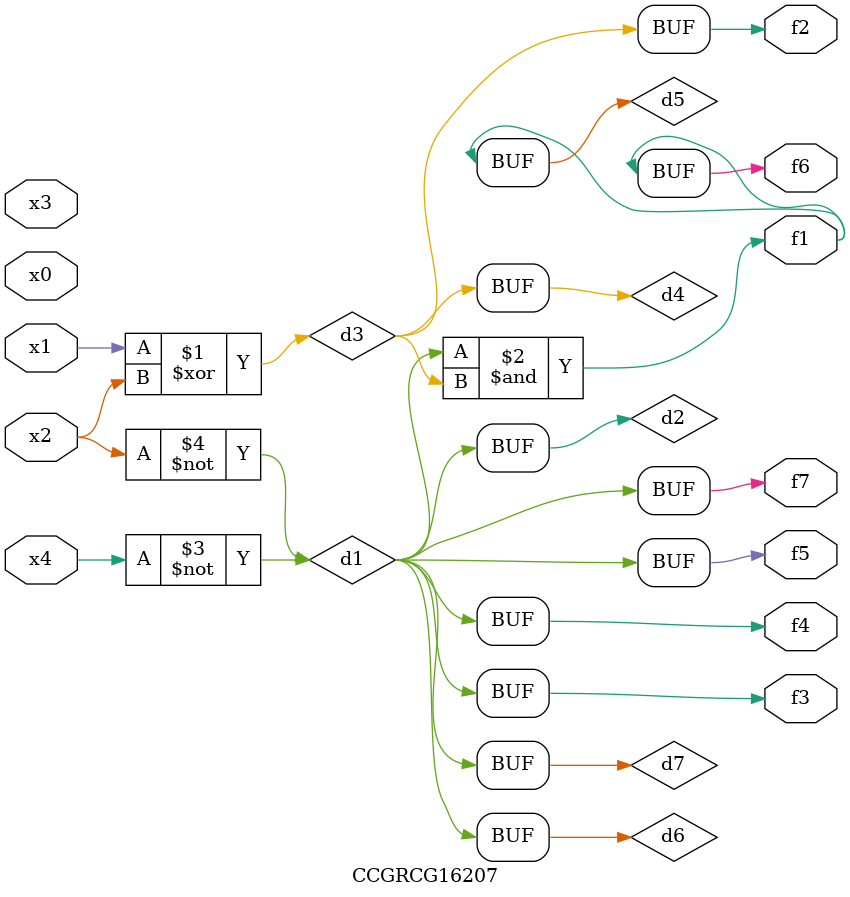
<source format=v>
module CCGRCG16207(
	input x0, x1, x2, x3, x4,
	output f1, f2, f3, f4, f5, f6, f7
);

	wire d1, d2, d3, d4, d5, d6, d7;

	not (d1, x4);
	not (d2, x2);
	xor (d3, x1, x2);
	buf (d4, d3);
	and (d5, d1, d3);
	buf (d6, d1, d2);
	buf (d7, d2);
	assign f1 = d5;
	assign f2 = d4;
	assign f3 = d7;
	assign f4 = d7;
	assign f5 = d7;
	assign f6 = d5;
	assign f7 = d7;
endmodule

</source>
